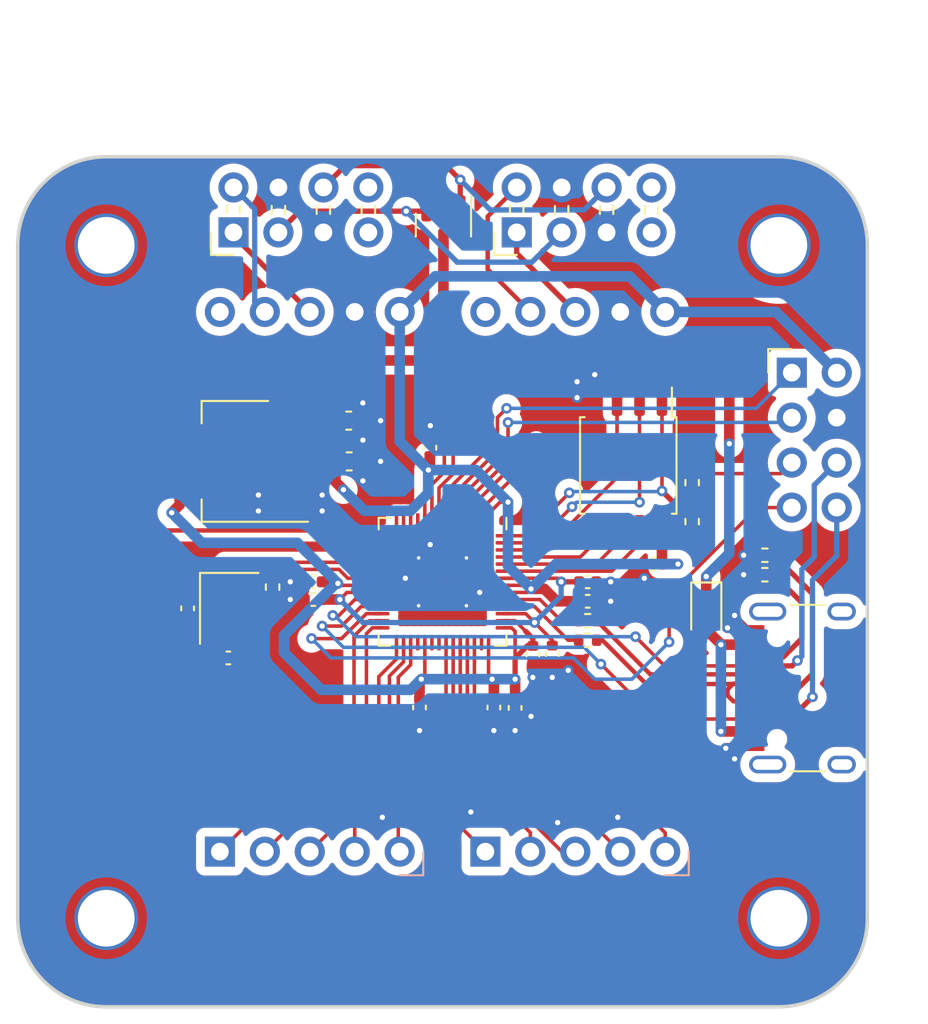
<source format=kicad_pcb>
(kicad_pcb (version 20221018) (generator pcbnew)
  (layers (0 "F.Cu" signal) (31 "B.Cu" signal) (34 "B.Paste" user) (35 "F.Paste" user) (36 "B.SilkS" user "B.Silkscreen") (37 "F.SilkS" user "F.Silkscreen") (38 "B.Mask" user) (39 "F.Mask" user) (44 "Edge.Cuts" user))
  (net 0 "")
  (net 1 "+3V3")
  (net 2 "GND")
  (net 3 "+1V1")
  (net 4 "/Controller/HSE_IN")
  (net 5 "/Controller/HSE_OUT")
  (net 6 "/Controller/QSPI_SS")
  (net 7 "/Connectors/USB_DP")
  (net 8 "Net-(U202-XOUT)")
  (net 9 "/Controller/QSPI_SD1")
  (net 10 "/Controller/QSPI_SD2")
  (net 11 "/Controller/QSPI_SD0")
  (net 12 "/Controller/QSPI_SCLK")
  (net 13 "/Controller/QSPI_SD3")
  (net 14 "/Controller/GP0")
  (net 15 "/Controller/GP1")
  (net 16 "/Controller/GP2")
  (net 17 "/Controller/GP3")
  (net 18 "/Controller/GP6")
  (net 19 "/Connectors/SPI1_SCLK")
  (net 20 "/Connectors/SPI1_MOSI")
  (net 21 "/Connectors/SPI1_MISO")
  (net 22 "/Controller/GP13")
  (net 23 "/Controller/GP14")
  (net 24 "/Controller/GP15")
  (net 25 "/Connectors/SWCLK")
  (net 26 "/Connectors/SWDIO")
  (net 27 "/Connectors/SPI0_SCLK")
  (net 28 "/Connectors/SPI0_MOSI")
  (net 29 "/Connectors/SPI0_MISO")
  (net 30 "/Controller/GP21")
  (net 31 "/Controller/GP22")
  (net 32 "/Controller/GP23")
  (net 33 "/Controller/GP29")
  (net 34 "/Connectors/V_{USB}")
  (net 35 "/Connectors/USB_DN")
  (net 36 "/Controller/USB_DtP")
  (net 37 "/Controller/USB_DtN")
  (net 38 "/Connectors/CAN1_H")
  (net 39 "/Connectors/CAN1_L")
  (net 40 "/Connectors/V_{IN1}")
  (net 41 "/Connectors/V_{IN2}")
  (net 42 "/Connectors/IC_GP1")
  (net 43 "/Connectors/IC_GP2")
  (net 44 "/Connectors/SOF1")
  (net 45 "/Connectors/SOF2")
  (net 46 "/Connectors/CAN2_L")
  (net 47 "/Connectors/CAN2_H")
  (net 48 "/Connectors/UART1_TX")
  (net 49 "/Connectors/UART1_RX")
  (net 50 "/Connectors/~{NRST}")
  (net 51 "/Connectors/BOOT")
  (net 52 "/Controller/GP7")
  (net 53 "/Controller/GP8")
  (net 54 "/Controller/GP9")
  (net 55 "/Power/V_{IN}")
  (net 57 "Net-(J306-CC2)")
  (net 58 "Net-(J306-CC1)")
  (net 59 "/Connectors/IC_GP3")
  (net 60 "/Connectors/IC_GP4")
  (net 61 "/CAN1_INT")
  (net 62 "/SPI1_CS1")
  (net 63 "/Controller/GP10")
  (net 64 "/Controller/GP11")
  (net 65 "/Controller/GP12")
  (net 66 "/SPI0_CS1")
  (net 67 "/CAN2_INT")
  (footprint "Crystal:Crystal_SMD_3225-4Pin_3.2x2.5mm" (layer "F.Cu") (at 111.95 125.5 -90)
    (fp_text reference "Y201" hide)
    (fp_text value "12 MHz")
  )
  (footprint "Capacitor_SMD:C_0402_1005Metric" (layer "F.Cu") (at 132.2 124)
    (fp_text reference "C209" hide)
    (fp_text value "100n")
  )
  (footprint "Package_TO_SOT_SMD:SOT-23" (layer "F.Cu") (at 124.05 103.85 -90)
    (fp_text reference "D401" hide)
    (fp_text value "BAV70")
  )
  (footprint "MountingHole:MountingHole_3.2mm_M3_DIN965_Pad_TopOnly" (layer "F.Cu") (at 105 143)
    (fp_text reference "REF**" hide)
    (fp_text value "MountingHole_3.2mm_M3_DIN965_Pad_TopOnly" hide)
  )
  (footprint "Capacitor_SMD:C_0402_1005Metric" (layer "F.Cu") (at 116.7 125 180)
    (fp_text reference "C208" hide)
    (fp_text value "100n")
  )
  (footprint "Capacitor_SMD:C_0402_1005Metric" (layer "F.Cu") (at 122.7 131.1 -90)
    (fp_text reference "C204" hide)
    (fp_text value "100n")
  )
  (footprint "Capacitor_SMD:C_0402_1005Metric" (layer "F.Cu") (at 128.1 131.12 -90)
    (fp_text reference "C206" hide)
    (fp_text value "100n")
  )
  (footprint "Capacitor_SMD:C_0402_1005Metric" (layer "F.Cu") (at 135.92 123 180)
    (fp_text reference "C211" hide)
    (fp_text value "100n")
  )
  (footprint "NVF-Kicad:2x04H-S" (layer "F.Cu") (at 132 103)
    (fp_text reference "J302" hide)
    (fp_text value "uC Interconnect" hide)
  )
  (footprint "NVF-Kicad:2x04V-S" (layer "F.Cu") (at 145 116 -90)
    (fp_text reference "J303" hide)
    (fp_text value "DBG Connect" hide)
  )
  (footprint "Resistor_SMD:R_0402_1005Metric" (layer "F.Cu") (at 114.4 124.3 90)
    (fp_text reference "R205" hide)
    (fp_text value "1K")
  )
  (footprint "Resistor_SMD:R_0402_1005Metric" (layer "F.Cu") (at 138.1 118.4 90)
    (fp_text reference "R201" hide)
    (fp_text value "1K")
  )
  (footprint "Capacitor_SMD:C_0603_1608Metric" (layer "F.Cu") (at 118.724998 117.2)
    (fp_text reference "C402" hide)
    (fp_text value "4.7u")
  )
  (footprint "Capacitor_SMD:C_0402_1005Metric" (layer "F.Cu") (at 109.6 125.5 -90)
    (fp_text reference "C212" hide)
    (fp_text value "10p")
  )
  (footprint "Resistor_SMD:R_0402_1005Metric" (layer "F.Cu") (at 142.21 123.6 180)
    (fp_text reference "R302" hide)
    (fp_text value "5k1")
  )
  (footprint "NVF-Kicad:Can-Module-CM251X" (layer "F.Cu") (at 131.5 124 90)
    (fp_text reference "J305" hide)
    (fp_text value "MCP251X" hide)
  )
  (footprint "Package_DFN_QFN:QFN-56-1EP_7x7mm_P0.4mm_EP3.2x3.2mm_ThermalVias" (layer "F.Cu") (at 124 124 -90)
    (fp_text reference "U202" hide)
    (fp_text value "RP2040")
  )
  (footprint "NVF-Kicad:2x04H-S" (layer "F.Cu") (at 116 103)
    (fp_text reference "J301" hide)
    (fp_text value "uC Interconnect" hide)
  )
  (footprint "Package_TO_SOT_SMD:SOT-223-3_TabPin2" (layer "F.Cu") (at 112.3 117.2 180)
    (fp_text reference "U401" hide)
    (fp_text value "AMS1117-3.3")
  )
  (footprint "MountingHole:MountingHole_3.2mm_M3_DIN965_Pad_TopOnly" (layer "F.Cu") (at 105 105)
    (fp_text reference "REF**" hide)
    (fp_text value "MountingHole_3.2mm_M3_DIN965_Pad_TopOnly" hide)
  )
  (footprint "Resistor_SMD:R_0402_1005Metric" (layer "F.Cu") (at 132.2 127.3 180)
    (fp_text reference "R203" hide)
    (fp_text value "27")
  )
  (footprint "Resistor_SMD:R_0402_1005Metric" (layer "F.Cu") (at 138.1 120.6 90)
    (fp_text reference "R204" hide)
    (fp_text value "1K (NC)")
  )
  (footprint "Capacitor_SMD:C_0402_1005Metric" (layer "F.Cu") (at 126.9 131.1 -90)
    (fp_text reference "C205" hide)
    (fp_text value "100n")
  )
  (footprint "Capacitor_SMD:C_0402_1005Metric" (layer "F.Cu") (at 123.286 116.428 90)
    (fp_text reference "C202" hide)
    (fp_text value "100n")
  )
  (footprint "Diode_SMD:D_SOD-323" (layer "F.Cu") (at 138.9 125.65 -90)
    (fp_text reference "D402" hide)
    (fp_text value "1N5819WS")
  )
  (footprint "NVF-Kicad:Can-Module-CM251X" (layer "F.Cu") (at 116.5 124 90)
    (fp_text reference "J304" hide)
    (fp_text value "MCP251X" hide)
  )
  (footprint "Resistor_SMD:R_0402_1005Metric" (layer "F.Cu") (at 142.209999 122.5 180)
    (fp_text reference "R301" hide)
    (fp_text value "5k1")
  )
  (footprint "Capacitor_SMD:C_0402_1005Metric" (layer "F.Cu") (at 130.2 128.08 -90)
    (fp_text reference "C210" hide)
    (fp_text value "1u")
  )
  (footprint "Resistor_SMD:R_0402_1005Metric" (layer "F.Cu") (at 132.2 126.2 180)
    (fp_text reference "R202" hide)
    (fp_text value "27")
  )
  (footprint "Capacitor_SMD:C_0402_1005Metric" (layer "F.Cu") (at 116.7 124 180)
    (fp_text reference "C203" hide)
    (fp_text value "100n")
  )
  (footprint "MountingHole:MountingHole_3.2mm_M3_DIN965_Pad_TopOnly" (layer "F.Cu") (at 143 143)
    (fp_text reference "REF**" hide)
    (fp_text value "MountingHole_3.2mm_M3_DIN965_Pad_TopOnly" hide)
  )
  (footprint "Connector_USB:USB_C_Receptacle_HRO_TYPE-C-31-M-12" (layer "F.Cu") (at 145.5 130 90)
    (fp_text reference "J306" hide)
    (fp_text value "USB_C")
  )
  (footprint "MountingHole:MountingHole_3.2mm_M3_DIN965_Pad_TopOnly" (layer "F.Cu") (at 143 105)
    (fp_text reference "REF**" hide)
    (fp_text value "MountingHole_3.2mm_M3_DIN965_Pad_TopOnly" hide)
  )
  (footprint "Capacitor_SMD:C_0603_1608Metric" (layer "F.Cu") (at 118.7 114.9)
    (fp_text reference "C401" hide)
    (fp_text value "4.7u")
  )
  (footprint "Package_SO:SOIC-8_5.23x5.23mm_P1.27mm" (layer "F.Cu") (at 134.493 117.431 -90)
    (fp_text reference "U201" hide)
    (fp_text value "W25Q128JVS")
  )
  (footprint "Capacitor_SMD:C_0402_1005Metric" (layer "F.Cu") (at 111.9 128.3 180)
    (fp_text reference "C213" hide)
    (fp_text value "10p")
  )
  (footprint "Capacitor_SMD:C_0402_1005Metric" (layer "F.Cu") (at 132.2 125.1)
    (fp_text reference "C201" hide)
    (fp_text value "100n")
  )
  (footprint "Capacitor_SMD:C_0402_1005Metric" (layer "F.Cu") (at 129.1 128.100002 -90)
    (fp_text reference "C207" hide)
    (fp_text value "1u")
  )
  (gr_line (start 112.4 121.1) (end 112.4 118.6) (stroke (width 0.2)) (layer "F.Cu"))
  (gr_arc (start 105 148) (mid 101.464466 146.535534) (end 100 143) (stroke (width 0.2)) (layer "Edge.Cuts"))
  (gr_line (start 143 148) (end 105 148) (stroke (width 0.2)) (layer "Edge.Cuts"))
  (gr_line (start 148 143) (end 148 105) (stroke (width 0.2)) (layer "Edge.Cuts"))
  (gr_line (start 100 143) (end 100 105) (stroke (width 0.2)) (layer "Edge.Cuts"))
  (gr_arc (start 143 100) (mid 146.535534 101.464466) (end 148 105) (stroke (width 0.2)) (layer "Edge.Cuts"))
  (gr_arc (start 148 143) (mid 146.535534 146.535534) (end 143 148) (stroke (width 0.2)) (layer "Edge.Cuts"))
  (gr_arc (start 100 105) (mid 101.464466 101.464466) (end 105 100) (stroke (width 0.2)) (layer "Edge.Cuts"))
  (gr_circle (center 124 124) (end 124.01 124) (stroke (width 0.0001)) (fill solid) (layer "Edge.Cuts"))
  (gr_line (start 143 100) (end 105 100) (stroke (width 0.2)) (layer "Edge.Cuts"))
  (segment (start 107.7 113.1) (end 116.7 113.1) (width 0.25) (layer "F.Cu") (net 0))
  (segment (start 107.7 121.1) (end 107.4 120.8) (width 0.25) (layer "F.Cu") (net 0))
  (segment (start 107.4 113.4) (end 107.7 113.1) (width 0.25) (layer "F.Cu") (net 0))
  (segment (start 107.4 120.8) (end 107.4 113.4) (width 0.25) (layer "F.Cu") (net 0))
  (segment (start 117.1 121.1) (end 107.7 121.1) (width 0.25) (layer "F.Cu") (net 0))
  (segment (start 128.1 130.64) (end 128.1 129.5) (width 0.6) (layer "F.Cu") (net 1))
  (segment (start 117.18 124) (end 118.000706 124) (width 0.6) (layer "F.Cu") (net 1))
  (segment (start 123.286 117.600492) (end 123.2 117.686492) (width 0.6) (layer "F.Cu") (net 1))
  (segment (start 129.1 127.2) (end 129.1 127.620002) (width 0.3) (layer "F.Cu") (net 1))
  (segment (start 128.8005 124.6) (end 129 124.4005) (width 0.2) (layer "F.Cu") (net 1))
  (segment (start 126.9 129.6) (end 126.8 129.5) (width 0.6) (layer "F.Cu") (net 1))
  (segment (start 122.8005 129.498113) (end 123 129.298613) (width 0.2) (layer "F.Cu") (net 1))
  (segment (start 120.5625 124.2) (end 118.200706 124.2) (width 0.2) (layer "F.Cu") (net 1))
  (segment (start 136.398 121.031) (end 136.398 122.998) (width 0.6) (layer "F.Cu") (net 1))
  (segment (start 109.15 117.2) (end 109.15 119.65) (width 0.6) (layer "F.Cu") (net 1))
  (segment (start 117.949998 118.349998) (end 118.4 118.8) (width 0.6) (layer "F.Cu") (net 1))
  (segment (start 126.92 130.64) (end 126.9 130.62) (width 0.3) (layer "F.Cu") (net 1))
  (segment (start 122.7 129.598613) (end 122.7 130.62) (width 0.6) (layer "F.Cu") (net 1))
  (segment (start 128.7 126.8) (end 128.1 126.2) (width 0.2) (layer "F.Cu") (net 1))
  (segment (start 126.6 129.3) (end 126.8 129.5) (width 0.2) (layer "F.Cu") (net 1))
  (segment (start 117.949998 117.2) (end 117.949998 118.349998) (width 0.6) (layer "F.Cu") (net 1))
  (segment (start 130.448528 125.1) (end 129.749028 124.4005) (width 0.6) (layer "F.Cu") (net 1))
  (segment (start 128.1 128.310003) (end 128.1 129.5) (width 0.3) (layer "F.Cu") (net 1))
  (segment (start 131.72 125.1) (end 130.448528 125.1) (width 0.6) (layer "F.Cu") (net 1))
  (segment (start 136.477 121.11) (end 136.398 121.031) (width 0.6) (layer "F.Cu") (net 1))
  (segment (start 127.4375 124.6) (end 128.8005 124.6) (width 0.2) (layer "F.Cu") (net 1))
  (segment (start 127.9 126.6) (end 128.1 126.8) (width 0.2) (layer "F.Cu") (net 1))
  (segment (start 128.7995 124.2) (end 129 124.4005) (width 0.2) (layer "F.Cu") (net 1))
  (segment (start 128.1 126.2) (end 127.4375 126.2) (width 0.2) (layer "F.Cu") (net 1))
  (segment (start 118.200706 124.2) (end 118.091357 124.090651) (width 0.2) (layer "F.Cu") (net 1))
  (segment (start 123 117.886492) (end 123.199085 117.687407) (width 0.2) (layer "F.Cu") (net 1))
  (segment (start 129.749028 124.4005) (end 129 124.4005) (width 0.6) (layer "F.Cu") (net 1))
  (segment (start 126.9 130.62) (end 126.8 130.52) (width 0.3) (layer "F.Cu") (net 1))
  (segment (start 123 120.5625) (end 123 117.886492) (width 0.2) (layer "F.Cu") (net 1))
  (segment (start 109.15 119.65) (end 108.7 120.1) (width 0.6) (layer "F.Cu") (net 1))
  (segment (start 129.1 127.620002) (end 128.790001 127.620002) (width 0.3) (layer "F.Cu") (net 1))
  (segment (start 123.286 116.908) (end 123.286 117.600492) (width 0.6) (layer "F.Cu") (net 1))
  (segment (start 126.6 127.4375) (end 126.6 129.3) (width 0.2) (layer "F.Cu") (net 1))
  (segment (start 122.8005 129.498113) (end 122.7 129.598613) (width 0.6) (layer "F.Cu") (net 1))
  (segment (start 123 129.298613) (end 123 127.4375) (width 0.2) (layer "F.Cu") (net 1))
  (segment (start 138.021 121.031) (end 138.1 121.11) (width 0.3) (layer "F.Cu") (net 1))
  (segment (start 126.6 120.15) (end 127.25 119.5) (width 0.2) (layer "F.Cu") (net 1))
  (segment (start 126.6 120.5625) (end 126.6 120.15) (width 0.2) (layer "F.Cu") (net 1))
  (segment (start 128.7 126.8) (end 129.1 127.2) (width 0.3) (layer "F.Cu") (net 1))
  (segment (start 127.4375 126.6) (end 127.9 126.6) (width 0.2) (layer "F.Cu") (net 1))
  (segment (start 138.1 121.11) (end 136.477 121.11) (width 0.6) (layer "F.Cu") (net 1))
  (segment (start 118.000706 124) (end 118.091357 124.090651) (width 0.6) (layer "F.Cu") (net 1))
  (segment (start 136.4 123) (end 137.3 123) (width 0.6) (layer "F.Cu") (net 1))
  (segment (start 128.1 126.8) (end 128.1 129.5) (width 0.2) (layer "F.Cu") (net 1))
  (segment (start 127.4375 124.2) (end 128.7995 124.2) (width 0.2) (layer "F.Cu") (net 1))
  (segment (start 127.25 119.5) (end 127.7 119.5) (width 0.2) (layer "F.Cu") (net 1))
  (segment (start 128.790001 127.620002) (end 128.1 128.310003) (width 0.3) (layer "F.Cu") (net 1))
  (segment (start 136.398 122.998) (end 136.4 123) (width 0.6) (layer "F.Cu") (net 1))
  (segment (start 126.9 130.62) (end 126.9 129.6) (width 0.6) (layer "F.Cu") (net 1))
  (via (at 127.7 119.5) (size 0.6) (drill 0.3) (layers "F.Cu" "B.Cu") (net 1))
  (via (at 129 124.4005) (size 0.6) (drill 0.3) (layers "F.Cu" "B.Cu") (net 1))
  (via (at 122.8005 129.498113) (size 0.6) (drill 0.3) (layers "F.Cu" "B.Cu") (net 1))
  (via (at 118.091357 124.090651) (size 0.6) (drill 0.3) (layers "F.Cu" "B.Cu") (net 1))
  (via (at 126.8 129.5) (size 0.6) (drill 0.3) (layers "F.Cu" "B.Cu") (net 1))
  (via (at 123.199085 117.687407) (size 0.6) (drill 0.3) (layers "F.Cu" "B.Cu") (net 1))
  (via (at 128.1 129.5) (size 0.6) (drill 0.3) (layers "F.Cu" "B.Cu") (net 1))
  (via (at 108.7 120.1) (size 0.6) (drill 0.3) (layers "F.Cu" "B.Cu") (net 1))
  (via (at 137.3 123) (size 0.6) (drill 0.3) (layers "F.Cu" "B.Cu") (net 1))
  (via (at 118.4 118.8) (size 0.6) (drill 0.3) (layers "F.Cu" "B.Cu") (net 1))
  (segment (start 121.58 108.76) (end 123.59 106.75) (width 0.6) (layer "B.Cu") (net 1))
  (segment (start 126.798113 129.498113) (end 126.8 129.5) (width 0.6) (layer "B.Cu") (net 1))
  (segment (start 123.59 106.75) (end 134.57 106.75) (width 0.6) (layer "B.Cu") (net 1))
  (segment (start 123.199085 117.687407) (end 125.887407 117.687407) (width 0.6) (layer "B.Cu") (net 1))
  (segment (start 118.4 118.8) (end 119.591004 119.991004) (width 0.6) (layer "B.Cu") (net 1))
  (segment (start 134.57 106.75) (end 136.58 108.76) (width 0.6) (layer "B.Cu") (net 1))
  (segment (start 142.84 108.76) (end 146.27 112.19) (width 0.6) (layer "B.Cu") (net 1))
  (segment (start 122.8005 129.498113) (end 126.798113 129.498113) (width 0.6) (layer "B.Cu") (net 1))
  (segment (start 127.7 123.1005) (end 129 124.4005) (width 0.6) (layer "B.Cu") (net 1))
  (segment (start 121.58 116.068322) (end 123.199085 117.687407) (width 0.6) (layer "B.Cu") (net 1))
  (segment (start 125.887407 117.687407) (end 127.7 119.5) (width 0.6) (layer "B.Cu") (net 1))
  (segment (start 130.4005 123) (end 129 124.4005) (width 0.6) (layer "B.Cu") (net 1))
  (segment (start 127.7 119.5) (end 127.7 123.1005) (width 0.6) (layer "B.Cu") (net 1))
  (segment (start 136.58 108.76) (end 142.84 108.76) (width 0.6) (layer "B.Cu") (net 1))
  (segment (start 122.198613 130.1) (end 122.8005 129.498113) (width 0.6) (layer "B.Cu") (net 1))
  (segment (start 122.191004 119.991004) (end 123.199085 118.982923) (width 0.6) (layer "B.Cu") (net 1))
  (segment (start 137.3 123) (end 130.4005 123) (width 0.6) (layer "B.Cu") (net 1))
  (segment (start 117.15 130.1) (end 122.198613 130.1) (width 0.6) (layer "B.Cu") (net 1))
  (segment (start 115.05 127.018132) (end 115.05 128) (width 0.6) (layer "B.Cu") (net 1))
  (segment (start 119.591004 119.991004) (end 122.191004 119.991004) (width 0.6) (layer "B.Cu") (net 1))
  (segment (start 110.4 121.8) (end 115.800706 121.8) (width 0.6) (layer "B.Cu") (net 1))
  (segment (start 117.977481 124.090651) (end 115.05 127.018132) (width 0.6) (layer "B.Cu") (net 1))
  (segment (start 121.58 108.76) (end 121.58 116.068322) (width 0.6) (layer "B.Cu") (net 1))
  (segment (start 108.7 120.1) (end 110.4 121.8) (width 0.6) (layer "B.Cu") (net 1))
  (segment (start 115.800706 121.8) (end 118.091357 124.090651) (width 0.6) (layer "B.Cu") (net 1))
  (segment (start 128.1 129.5) (end 126.8 129.5) (width 0.6) (layer "B.Cu") (net 1))
  (segment (start 123.199085 118.982923) (end 123.199085 117.687407) (width 0.6) (layer "B.Cu") (net 1))
  (segment (start 118.091357 124.090651) (end 117.977481 124.090651) (width 0.6) (layer "B.Cu") (net 1))
  (segment (start 115.05 128) (end 117.15 130.1) (width 0.6) (layer "B.Cu") (net 1))
  (segment (start 140 133.4) (end 140.15 133.25) (width 0.3) (layer "F.Cu") (net 2))
  (segment (start 123.286 115.948) (end 123.286 115.209166) (width 0.3) (layer "F.Cu") (net 2))
  (segment (start 123.286 115.209166) (end 123.311583 115.183583) (width 0.3) (layer "F.Cu") (net 2))
  (segment (start 109.6 125.98) (end 110.48 125.98) (width 0.3) (layer "F.Cu") (net 2))
  (segment (start 141.35 126.75) (end 140.5 125.9) (width 0.3) (layer "F.Cu") (net 2))
  (segment (start 111.42 126.92) (end 111.1 126.6) (width 0.3) (layer "F.Cu") (net 2))
  (segment (start 111.42 128.3) (end 111.42 126.92) (width 0.3) (layer "F.Cu") (net 2))
  (segment (start 141.25 133.25) (end 140.5 134) (width 0.3) (layer "F.Cu") (net 2))
  (segment (start 111.1 126.5) (end 112.8 124.8) (width 0.3) (layer "F.Cu") (net 2))
  (segment (start 132.68 125.1) (end 133.5 125.1) (width 0.3) (layer "F.Cu") (net 2))
  (segment (start 140.15 133.25) (end 141.455 133.25) (width 0.3) (layer "F.Cu") (net 2))
  (segment (start 120.5625 123) (end 122.3 123) (width 0.2) (layer "F.Cu") (net 2))
  (segment (start 110.48 125.98) (end 111.1 126.6) (width 0.3) (layer "F.Cu") (net 2))
  (segment (start 122.3 123) (end 122.65 122.65) (width 0.2) (layer "F.Cu") (net 2))
  (segment (start 140.25 126.75) (end 140.1 126.6) (width 0.3) (layer "F.Cu") (net 2))
  (segment (start 141.455 126.75) (end 140.25 126.75) (width 0.3) (layer "F.Cu") (net 2))
  (segment (start 141.455 126.75) (end 141.35 126.75) (width 0.3) (layer "F.Cu") (net 2))
  (segment (start 141.455 133.25) (end 141.25 133.25) (width 0.3) (layer "F.Cu") (net 2))
  (segment (start 112.8 124.8) (end 112.8 124.4) (width 0.3) (layer "F.Cu") (net 2))
  (segment (start 111.1 126.6) (end 111.1 126.5) (width 0.3) (layer "F.Cu") (net 2))
  (segment (start 132.68 124) (end 133.5 124) (width 0.3) (layer "F.Cu") (net 2))
  (via (at 131.1 129) (size 0.6) (drill 0.3) (layers "F.Cu" "B.Cu") (net 2))
  (via (at 129 131.6) (size 0.6) (drill 0.3) (layers "F.Cu" "B.Cu") (net 2))
  (via (at 140.5 134) (size 0.6) (drill 0.3) (layers "F.Cu" "B.Cu") (net 2))
  (via (at 141.01 123.6) (size 0.6) (drill 0.3) (layers "F.Cu" "B.Cu") (net 2))
  (via (at 119.5 113.9) (size 0.6) (drill 0.3) (layers "F.Cu" "B.Cu") (net 2))
  (via (at 117.2 119.1) (size 0.6) (drill 0.3) (layers "F.Cu" "B.Cu") (net 2))
  (via (at 141.01 122.5) (size 0.6) (drill 0.3) (layers "F.Cu" "B.Cu") (net 2))
  (via (at 122.7 132.4) (size 0.6) (drill 0.3) (layers "F.Cu" "B.Cu") (net 2))
  (via (at 131.6 112.7) (size 0.6) (drill 0.3) (layers "F.Cu" "B.Cu") (net 2))
  (via (at 119.5 118.3) (size 0.6) (drill 0.3) (layers "F.Cu" "B.Cu") (net 2))
  (via (at 126.1 124.6) (size 0.6) (drill 0.3) (layers "F.Cu" "B.Cu") (net 2))
  (via (at 117.2 120) (size 0.6) (drill 0.3) (layers "F.Cu" "B.Cu") (net 2))
  (via (at 120.5 117.2) (size 0.6) (drill 0.3) (layers "F.Cu" "B.Cu") (net 2))
  (via (at 113.6 119.1) (size 0.6) (drill 0.3) (layers "F.Cu" "B.Cu") (net 2))
  (via (at 133.5 124) (size 0.6) (drill 0.3) (layers "F.Cu" "B.Cu") (net 2))
  (via (at 121.9 123.8) (size 0.6) (drill 0.3) (layers "F.Cu" "B.Cu") (net 2))
  (via (at 126.9 132.4) (size 0.6) (drill 0.3) (layers "F.Cu" "B.Cu") (net 2))
  (via (at 125.6 137) (size 0.6) (drill 0.3) (layers "F.Cu" "B.Cu") (net 2))
  (via (at 140.5 125.9) (size 0.6) (drill 0.3) (layers "F.Cu" "B.Cu") (net 2))
  (via (at 115.4 124) (size 0.6) (drill 0.3) (layers "F.Cu" "B.Cu") (net 2))
  (via (at 128.1 132.4) (size 0.6) (drill 0.3) (layers "F.Cu" "B.Cu") (net 2))
  (via (at 113.6 120) (size 0.6) (drill 0.3) (layers "F.Cu" "B.Cu") (net 2))
  (via (at 120.5 114.9) (size 0.6) (drill 0.3) (layers "F.Cu" "B.Cu") (net 2))
  (via (at 123.3 121.9) (size 0.6) (drill 0.3) (layers "F.Cu" "B.Cu") (net 2))
  (via (at 131.6 113.6) (size 0.6) (drill 0.3) (layers "F.Cu" "B.Cu") (net 2))
  (via (at 133.9 137.3) (size 0.6) (drill 0.3) (layers "F.Cu" "B.Cu") (net 2))
  (via (at 130.2 129.4) (size 0.6) (drill 0.3) (layers "F.Cu" "B.Cu") (net 2))
  (via (at 132.6 112.3) (size 0.6) (drill 0.3) (layers "F.Cu" "B.Cu") (net 2))
  (via (at 129.1 129.4) (size 0.6) (drill 0.3) (layers "F.Cu" "B.Cu") (net 2))
  (via (at 133.5 125.1) (size 0.6) (drill 0.3) (layers "F.Cu" "B.Cu") (net 2))
  (via (at 115.4 125) (size 0.6) (drill 0.3) (layers "F.Cu" "B.Cu") (net 2))
  (via (at 140 133.4) (size 0.6) (drill 0.3) (layers "F.Cu" "B.Cu") (net 2))
  (via (at 119.5 116) (size 0.6) (drill 0.3) (layers "F.Cu" "B.Cu") (net 2))
  (via (at 120.6 137.3) (size 0.6) (drill 0.3) (layers "F.Cu" "B.Cu") (net 2))
  (via (at 135.4 123.8) (size 0.6) (drill 0.3) (layers "F.Cu" "B.Cu") (net 2))
  (via (at 130.5 137.6) (size 0.6) (drill 0.3) (layers "F.Cu" "B.Cu") (net 2))
  (via (at 140.1 126.6) (size 0.6) (drill 0.3) (layers "F.Cu" "B.Cu") (net 2))
  (via (at 123.311583 115.183583) (size 0.6) (drill 0.3) (layers "F.Cu" "B.Cu") (net 2))
  (segment (start 130.7005 124) (end 130.7 123.9995) (width 0.3) (layer "F.Cu") (net 3))
  (segment (start 130.5005 123.8) (end 130.7 123.9995) (width 0.2) (layer "F.Cu") (net 3))
  (segment (start 130.2 127.3) (end 129.2 126.3) (width 0.2) (layer "F.Cu") (net 3))
  (segment (start 127.4375 123.8) (end 130.5005 123.8) (width 0.2) (layer "F.Cu") (net 3))
  (segment (start 117.18 125) (end 118.199503 125) (width 0.6) (layer "F.Cu") (net 3))
  (segment (start 131.72 124) (end 130.7005 124) (width 0.3) (layer "F.Cu") (net 3))
  (segment (start 118.599503 124.6) (end 118.2 124.999503) (width 0.2) (layer "F.Cu") (net 3))
  (segment (start 128.5 125.8) (end 128.7 125.8) (width 0.2) (layer "F.Cu") (net 3))
  (segment (start 128.7 125.8) (end 129.2 126.3) (width 0.2) (layer "F.Cu") (net 3))
  (segment (start 118.199503 125) (end 118.2 124.999503) (width 0.6) (layer "F.Cu") (net 3))
  (segment (start 130.2 127.6) (end 130.2 127.3) (width 0.2) (layer "F.Cu") (net 3))
  (segment (start 120.5625 124.6) (end 118.599503 124.6) (width 0.2) (layer "F.Cu") (net 3))
  (segment (start 127.4375 125.8) (end 128.5 125.8) (width 0.2) (layer "F.Cu") (net 3))
  (via (at 129.2 126.3) (size 0.6) (drill 0.3) (layers "F.Cu" "B.Cu") (net 3))
  (via (at 118.2 124.999503) (size 0.6) (drill 0.3) (layers "F.Cu" "B.Cu") (net 3))
  (via (at 130.7 123.9995) (size 0.6) (drill 0.3) (layers "F.Cu" "B.Cu") (net 3))
  (segment (start 129.2 126.3) (end 119.500497 126.3) (width 0.3) (layer "B.Cu") (net 3))
  (segment (start 130.7 124.8) (end 129.2 126.3) (width 0.3) (layer "B.Cu") (net 3))
  (segment (start 119.500497 126.3) (end 118.2 124.999503) (width 0.3) (layer "B.Cu") (net 3))
  (segment (start 130.7 123.9995) (end 130.7 124.8) (width 0.3) (layer "B.Cu") (net 3))
  (segment (start 118.4 122.9) (end 111.7 122.9) (width 0.2) (layer "F.Cu") (net 4))
  (segment (start 118.9 123.4) (end 118.4 122.9) (width 0.2) (layer "F.Cu") (net 4))
  (segment (start 110.48 125.02) (end 111.1 124.4) (width 0.3) (layer "F.Cu") (net 4))
  (segment (start 111.1 123.5) (end 111.1 124.4) (width 0.2) (layer "F.Cu") (net 4))
  (segment (start 109.6 125.02) (end 110.48 125.02) (width 0.3) (layer "F.Cu") (net 4))
  (segment (start 111.7 122.9) (end 111.1 123.5) (width 0.2) (layer "F.Cu") (net 4))
  (segment (start 120.5625 123.4) (end 118.9 123.4) (width 0.2) (layer "F.Cu") (net 4))
  (segment (start 114.4 124.81) (end 114.4 125) (width 0.3) (layer "F.Cu") (net 5))
  (segment (start 112.38 127.02) (end 112.8 126.6) (width 0.3) (layer "F.Cu") (net 5))
  (segment (start 114.4 125) (end 112.8 126.6) (width 0.3) (layer "F.Cu") (net 5))
  (segment (start 112.38 128.3) (end 112.38 127.02) (width 0.3) (layer "F.Cu") (net 5))
  (segment (start 138.1 120.09) (end 137.616 120.09) (width 0.3) (layer "F.Cu") (net 6))
  (segment (start 138.1 118.91) (end 138.1 120.09) (width 0.3) (layer "F.Cu") (net 6))
  (segment (start 136.398 118.872) (end 136.398 113.831) (width 0.2) (layer "F.Cu") (net 6))
  (segment (start 137.616 120.09) (end 136.398 118.872) (width 0.3) (layer "F.Cu") (net 6))
  (segment (start 128.738227 121.4) (end 131.161204 118.977023) (width 0.2) (layer "F.Cu") (net 6))
  (segment (start 127.4375 121.4) (end 128.738227 121.4) (width 0.2) (layer "F.Cu") (net 6))
  (via (at 136.398 118.872) (size 0.6) (drill 0.3) (layers "F.Cu" "B.Cu") (net 6))
  (via (at 131.161204 118.977023) (size 0.6) (drill 0.3) (layers "F.Cu" "B.Cu") (net 6))
  (segment (start 131.161204 118.977023) (end 131.231227 118.907) (width 0.2) (layer "B.Cu") (net 6))
  (segment (start 136.363 118.907) (end 136.398 118.872) (width 0.2) (layer "B.Cu") (net 6))
  (segment (start 131.231227 118.907) (end 136.363 118.907) (width 0.2) (layer "B.Cu") (net 6))
  (segment (start 141.455 129.25) (end 142.48 129.25) (width 0.25) (layer "F.Cu") (net 7))
  (segment (start 141.43 129.225) (end 141.455 129.25) (width 0.25) (layer "F.Cu") (net 7))
  (segment (start 142.48 129.25) (end 142.8 129.57) (width 0.25) (layer "F.Cu") (net 7))
  (segment (start 142.8 129.93) (end 142.48 130.25) (width 0.25) (layer "F.Cu") (net 7))
  (segment (start 132.71 126.2) (end 135.735 129.225) (width 0.25) (layer "F.Cu") (net 7))
  (segment (start 142.48 130.25) (end 141.455 130.25) (width 0.25) (layer "F.Cu") (net 7))
  (segment (start 142.8 129.57) (end 142.8 129.93) (width 0.25) (layer "F.Cu") (net 7))
  (segment (start 135.735 129.225) (end 141.43 129.225) (width 0.25) (layer "F.Cu") (net 7))
  (segment (start 114.41 123.6) (end 114.71 123.3) (width 0.2) (layer "F.Cu") (net 8))
  (segment (start 114.71 123.3) (end 118.148529 123.3) (width 0.2) (layer "F.Cu") (net 8))
  (segment (start 118.648529 123.8) (end 120.5625 123.8) (width 0.2) (layer "F.Cu") (net 8))
  (segment (start 118.148529 123.3) (end 118.648529 123.8) (width 0.2) (layer "F.Cu") (net 8))
  (segment (start 129.279 121.8) (end 131.318 119.761) (width 0.2) (layer "F.Cu") (net 9))
  (segment (start 135.128 119.507) (end 135.128 113.831) (width 0.2) (layer "F.Cu") (net 9))
  (segment (start 127.4375 121.8) (end 129.279 121.8) (width 0.2) (layer "F.Cu") (net 9))
  (via (at 131.318 119.761) (size 0.6) (drill 0.3) (layers "F.Cu" "B.Cu") (net 9))
  (via (at 135.128 119.507) (size 0.6) (drill 0.3) (layers "F.Cu" "B.Cu") (net 9))
  (segment (start 131.318 119.761) (end 131.572 119.507) (width 0.2) (layer "B.Cu") (net 9))
  (segment (start 131.572 119.507) (end 135.128 119.507) (width 0.2) (layer "B.Cu") (net 9))
  (segment (start 129.768 122.2) (end 133.858 118.11) (width 0.2) (layer "F.Cu") (net 10))
  (segment (start 133.858 118.11) (end 133.858 113.831) (width 0.2) (layer "F.Cu") (net 10))
  (segment (start 127.4375 122.2) (end 129.768 122.2) (width 0.2) (layer "F.Cu") (net 10))
  (segment (start 127.4375 122.6) (end 131.781 122.6) (width 0.2) (layer "F.Cu") (net 11))
  (segment (start 131.781 122.6) (end 132.588 121.793) (width 0.2) (layer "F.Cu") (net 11))
  (segment (start 132.588 121.793) (end 132.588 121.031) (width 0.2) (layer "F.Cu") (net 11))
  (segment (start 133.858 121.830999) (end 133.858 121.031) (width 0.2) (layer "F.Cu") (net 12))
  (segment (start 132.688999 123) (end 133.858 121.830999) (width 0.2) (layer "F.Cu") (net 12))
  (segment (start 127.4375 123) (end 132.688999 123) (width 0.2) (layer "F.Cu") (net 12))
  (segment (start 133.558999 123.4) (end 135.128 121.830999) (width 0.2) (layer "F.Cu") (net 13))
  (segment (start 135.128 121.830999) (end 135.128 121.031) (width 0.2) (layer "F.Cu") (net 13))
  (segment (start 127.4375 123.4) (end 133.558999 123.4) (width 0.2) (layer "F.Cu") (net 13))
  (segment (start 126.2 120.5625) (end 126.2 119.9) (width 0.2) (layer "F.Cu") (net 14))
  (segment (start 126.2 119.9) (end 129.4 116.7) (width 0.2) (layer "F.Cu") (net 14))
  (segment (start 125.8 119.597058) (end 129.3 116.097058) (width 0.2) (layer "F.Cu") (net 15))
  (segment (start 125.8 120.5625) (end 125.8 119.597058) (width 0.2) (layer "F.Cu") (net 15))
  (segment (start 125.4 119.431372) (end 127.631372 117.2) (width 0.2) (layer "F.Cu") (net 16))
  (segment (start 125.4 120.5625) (end 125.4 119.431372) (width 0.2) (layer "F.Cu") (net 16))
  (segment (start 125 120.5625) (end 125 119.265686) (width 0.2) (layer "F.Cu") (net 17))
  (segment (start 125 119.265686) (end 127.465686 116.8) (width 0.2) (layer "F.Cu") (net 17))
  (segment (start 123.8 120.5625) (end 123.8 118.7) (width 0.2) (layer "F.Cu") (net 18))
  (segment (start 124.6 115.8) (end 125.1 115.3) (width 0.2) (layer "F.Cu") (net 18))
  (segment (start 124.6 117.9) (end 124.6 115.8) (width 0.2) (layer "F.Cu") (net 18))
  (segment (start 123.8 118.7) (end 124.6 117.9) (width 0.2) (layer "F.Cu") (net 18))
  (segment (start 125 133.5) (end 130.74 139.24) (width 0.2) (layer "F.Cu") (net 19))
  (segment (start 130.74 139.24) (end 131.5 139.24) (width 0.2) (layer "F.Cu") (net 19))
  (segment (start 125 127.4375) (end 125 133.5) (width 0.2) (layer "F.Cu") (net 19))
  (segment (start 125.4 127.4375) (end 125.4 133.334314) (width 0.2) (layer "F.Cu") (net 20))
  (segment (start 131.8 137) (end 134.04 139.24) (width 0.2) (layer "F.Cu") (net 20))
  (segment (start 125.4 133.334314) (end 129.065686 137) (width 0.2) (layer "F.Cu") (net 20))
  (segment (start 129.065686 137) (end 131.8 137) (width 0.2) (layer "F.Cu") (net 20))
  (segment (start 136.58 138.18) (end 136.58 139.24) (width 0.2) (layer "F.Cu") (net 21))
  (segment (start 129.131372 136.5) (end 134.9 136.5) (width 0.2) (layer "F.Cu") (net 21))
  (segment (start 134.9 136.5) (end 136.58 138.18) (width 0.2) (layer "F.Cu") (net 21))
  (segment (start 125.8 133.168628) (end 129.131372 136.5) (width 0.2) (layer "F.Cu") (net 21))
  (segment (start 125.8 127.4375) (end 125.8 133.168628) (width 0.2) (layer "F.Cu") (net 21))
  (segment (start 117.8 125.900497) (end 118.147535 125.900497) (width 0.2) (layer "F.Cu") (net 25))
  (segment (start 119.048032 125) (end 120.5625 125) (width 0.2) (layer "F.Cu") (net 25))
  (segment (start 144.05 128.45) (end 143.75 128.75) (width 0.3) (layer "F.Cu") (net 25))
  (segment (start 143.75 128.75) (end 141.455 128.75) (width 0.3) (layer "F.Cu") (net 25))
  (segment (start 136.55 128.75) (end 141.455 128.75) (width 0.2) (layer "F.Cu") (net 25))
  (segment (start 118.147535 125.900497) (end 119.048032 125) (width 0.2) (layer "F.Cu") (net 25))
  (segment (start 134.9 127.1) (end 136.55 128.75) (width 0.2) (layer "F.Cu") (net 25))
  (via (at 144.05 128.45) (size 0.6) (drill 0.3) (layers "F.Cu" "B.Cu") (net 25))
  (via (at 134.9 127.1) (size 0.6) (drill 0.3) (layers "F.Cu" "B.Cu") (net 25))
  (via (at 117.8 125.900497) (size 0.6) (drill 0.3) (layers "F.Cu" "B.Cu") (net 25))
  (segment (start 117.8 125.900497) (end 117.900497 125.900497) (width 0.2) (layer "B.Cu") (net 25))
  (segment (start 145 118.54) (end 146.27 117.27) (width 0.3) (layer "B.Cu") (net 25))
  (segment (start 144.05 128.45) (end 144.3 128.2) (width 0.3) (layer "B.Cu") (net 25))
  (segment (start 117.900497 125.900497) (end 119.1 127.1) (width 0.2) (layer "B.Cu") (net 25))
  (segment (start 144.3 128.2) (end 144.3 123.3) (width 0.3) (layer "B.Cu") (net 25))
  (segment (start 119.1 127.1) (end 134.9 127.1) (width 0.2) (layer "B.Cu") (net 25))
  (segment (start 145 122.6) (end 145 118.54) (width 0.3) (layer "B.Cu") (net 25))
  (segment (start 144.3 123.3) (end 145 122.6) (width 0.3) (layer "B.Cu") (net 25))
  (segment (start 117.2 126.5) (end 118.3 126.5) (width 0.2) (layer "F.Cu") (net 26))
  (segment (start 141.455 131.75) (end 143.65 131.75) (width 0.3) (layer "F.Cu") (net 26))
  (segment (start 143.65 131.75) (end 144.9 130.5) (width 0.3) (layer "F.Cu") (net 26))
  (segment (start 119.4 125.4) (end 120.5625 125.4) (width 0.2) (layer "F.Cu") (net 26))
  (segment (start 132.95 128.65) (end 136.05 131.75) (width 0.2) (layer "F.Cu") (net 26))
  (segment (start 136.05 131.75) (end 141.455 131.75) (width 0.2) (layer "F.Cu") (net 26))
  (segment (start 118.3 126.5) (end 119.4 125.4) (width 0.2) (layer "F.Cu") (net 26))
  (via (at 144.9 130.5) (size 0.6) (drill 0.3) (layers "F.Cu" "B.Cu") (net 26))
  (via (at 117.2 126.5) (size 0.6) (drill 0.3) (layers "F.Cu" "B.Cu") (net 26))
  (via (at 132.95 128.65) (size 0.6) (drill 0.3) (layers "F.Cu" "B.Cu") (net 26))
  (segment (start 146.27 122.53) (end 146.27 119.81) (width 0.3) (layer "B.Cu") (net 26))
  (segment (start 118.4 127.7) (end 132 127.7) (width 0.2) (layer "B.Cu") (net 26))
  (segment (start 144.9 130.5) (end 144.9 123.9) (width 0.3) (layer "B.Cu") (net 26))
  (segment (start 132 127.7) (end 132.95 128.65) (width 0.2) (layer "B.Cu") (net 26))
  (segment (start 117.2 126.5) (end 118.4 127.7) (width 0.2) (layer "B.Cu") (net 26))
  (segment (start 144.9 123.9) (end 146.27 122.53) (width 0.3) (layer "B.Cu") (net 26))
  (segment (start 121.4 127.4375) (end 121.4 128.354414) (width 0.2) (layer "F.Cu") (net 27))
  (segment (start 121.4 128.354414) (end 120.4 129.354414) (width 0.2) (layer "F.Cu") (net 27))
  (segment (start 120.4 129.354414) (end 120.4 135.34) (width 0.2) (layer "F.Cu") (net 27))
  (segment (start 120.4 135.34) (end 116.5 139.24) (width 0.2) (layer "F.Cu") (net 27))
  (segment (start 121 129.3201) (end 121 135.8) (width 0.2) (layer "F.Cu") (net 28))
  (segment (start 121.8 128.5201) (end 121 129.3201) (width 0.2) (layer "F.Cu") (net 28))
  (segment (start 121.8 127.4375) (end 121.8 128.5201) (width 0.2) (layer "F.Cu") (net 28))
  (segment (start 121 135.8) (end 119.04 137.76) (width 0.2) (layer "F.Cu") (net 28))
  (segment (start 119.04 137.76) (end 119.04 139.24) (width 0.2) (layer "F.Cu") (net 28))
  (segment (start 122.2 127.4375) (end 122.2 128.685785) (width 0.2) (layer "F.Cu") (net 29))
  (segment (start 122.2 128.685785) (end 121.5 129.385785) (width 0.2) (layer "F.Cu") (net 29))
  (segment (start 121.5 129.385785) (end 121.5 139.16) (width 0.2) (layer "F.Cu") (net 29))
  (segment (start 121.5 139.16) (end 121.58 139.24) (width 0.2) (layer "F.Cu") (net 29))
  (segment (start 139.725 127.55) (end 139.725 127.525) (width 0.6) (layer "F.Cu") (net 34))
  (segment (start 139.725 127.525) (end 138.9 126.7) (width 0.6) (layer "F.Cu") (net 34))
  (segment (start 141.455 132.45) (end 139.725 132.45) (width 0.6) (layer "F.Cu") (net 34))
  (segment (start 139.725 127.55) (end 141.455 127.55) (width 0.6) (layer "F.Cu") (net 34))
  (via (at 139.725 127.55) (size 0.6) (drill 0.3) (layers "F.Cu" "B.Cu") (net 34))
  (via (at 139.725 132.45) (size 0.6) (drill 0.3) (layers "F.Cu" "B.Cu") (net 34))
  (segment (start 139.725 132.45) (end 139.725 127.55) (width 0.6) (layer "B.Cu") (net 34))
  (segment (start 141.43 129.775) (end 141.455 129.75) (width 0.25) (layer "F.Cu") (net 35))
  (segment (start 140.43 129.75) (end 140.1 130.08) (width 0.25) (layer "F.Cu") (net 35))
  (segment (start 141.455 129.75) (end 140.43 129.75) (width 0.25) (layer "F.Cu") (net 35))
  (segment (start 140.1 130.08) (end 140.1 130.42) (width 0.25) (layer "F.Cu") (net 35))
  (segment (start 135.507182 129.775) (end 141.43 129.775) (width 0.25) (layer "F.Cu") (net 35))
  (segment (start 140.1 130.42) (end 140.43 130.75) (width 0.25) (layer "F.Cu") (net 35))
  (segment (start 132.71 127.3) (end 133.032182 127.3) (width 0.25) (layer "F.Cu") (net 35))
  (segment (start 133.032182 127.3) (end 135.507182 129.775) (width 0.25) (layer "F.Cu") (net 35))
  (segment (start 140.43 130.75) (end 141.455 130.75) (width 0.25) (layer "F.Cu") (net 35))
  (segment (start 127.4375 125) (end 129.5 125) (width 0.2) (layer "F.Cu") (net 36))
  (segment (start 130.7 126.2) (end 131.69 126.2) (width 0.2) (layer "F.Cu") (net 36))
  (segment (start 129.5 125) (end 130.7 126.2) (width 0.2) (layer "F.Cu") (net 36))
  (segment (start 131.1 127.3) (end 131.69 127.3) (width 0.2) (layer "F.Cu") (net 37))
  (segment (start 129.2 125.4) (end 131.1 127.3) (width 0.2) (layer "F.Cu") (net 37))
  (segment (start 127.4375 125.4) (end 129.2 125.4) (width 0.2) (layer "F.Cu") (net 37))
  (segment (start 112.19 104.27) (end 112.19 104.45) (width 0.3) (layer "F.Cu") (net 38))
  (segment (start 112.19 104.45) (end 116.5 108.76) (width 0.3) (layer "F.Cu") (net 38))
  (segment (start 113.39 108.19) (end 113.96 108.76) (width 0.3) (layer "B.Cu") (net 39))
  (segment (start 113.39 102.93) (end 113.39 108.19) (width 0.3) (layer "B.Cu") (net 39))
  (segment (start 112.19 101.73) (end 113.39 102.93) (width 0.3) (layer "B.Cu") (net 39))
  (segment (start 121.95 103.07) (end 122.9425 103.07) (width 0.3) (layer "F.Cu") (net 40))
  (segment (start 115.93 103.07) (end 121.95 103.07) (width 0.3) (layer "F.Cu") (net 40))
  (segment (start 114.73 104.27) (end 115.93 103.07) (width 0.3) (layer "F.Cu") (net 40))
  (segment (start 122.9425 103.07) (end 123.1 102.9125) (width 0.3) (layer "F.Cu") (net 40))
  (via (at 121.95 103.07) (size 0.6) (drill 0.3) (layers "F.Cu" "B.Cu") (net 40))
  (segment (start 121.95 103.07) (end 124.83 105.95) (width 0.3) (layer "B.Cu") (net 40))
  (segment (start 129.05 105.95) (end 130.73 104.27) (width 0.3) (layer "B.Cu") (net 40))
  (segment (start 124.83 105.95) (end 129.05 105.95) (width 0.3) (layer "B.Cu") (net 40))
  (segment (start 124.2 100.5) (end 125 101.3) (width 0.3) (layer "F.Cu") (net 41))
  (segment (start 117.27 101.73) (end 118.5 100.5) (width 0.3) (layer "F.Cu") (net 41))
  (segment (start 125 101.3) (end 125 102.9125) (width 0.3) (layer "F.Cu") (net 41))
  (segment (start 118.5 100.5) (end 124.2 100.5) (width 0.3) (layer "F.Cu") (net 41))
  (via (at 125 101.3) (size 0.6) (drill 0.3) (layers "F.Cu" "B.Cu") (net 41))
  (segment (start 125 101.3) (end 126.7 103) (width 0.3) (layer "B.Cu") (net 41))
  (segment (start 132 103) (end 133.27 101.73) (width 0.3) (layer "B.Cu") (net 41))
  (segment (start 126.7 103) (end 132 103) (width 0.3) (layer "B.Cu") (net 41))
  (segment (start 126.55 106.35) (end 128.96 108.76) (width 0.25) (layer "F.Cu") (net 46))
  (segment (start 128.19 101.73) (end 126.55 103.37) (width 0.25) (layer "F.Cu") (net 46))
  (segment (start 126.55 103.37) (end 126.55 106.35) (width 0.25) (layer "F.Cu") (net 46))
  (segment (start 128.19 104.27) (end 128.19 105.45) (width 0.3) (layer "F.Cu") (net 47))
  (segment (start 128.19 105.45) (end 131.5 108.76) (width 0.3) (layer "F.Cu") (net 47))
  (segment (start 124.6 119.1) (end 124.6 120.5625) (width 0.2) (layer "F.Cu") (net 48))
  (segment (start 127.7 116) (end 124.6 119.1) (width 0.2) (layer "F.Cu") (net 48))
  (segment (start 127.7 115) (end 127.7 116) (width 0.2) (layer "F.Cu") (net 48))
  (via (at 127.7 115) (size 0.6) (drill 0.3) (layers "F.Cu" "B.Cu") (net 48))
  (segment (start 143.46 115) (end 143.73 114.73) (width 0.2) (layer "B.Cu") (net 48))
  (segment (start 127.7 115) (end 143.46 115) (width 0.2) (layer "B.Cu") (net 48))
  (segment (start 127.617705 114.204745) (end 127.1 114.72245) (width 0.2) (layer "F.Cu") (net 49))
  (segment (start 127.1 114.72245) (end 127.1 116) (width 0.2) (layer "F.Cu") (net 49))
  (segment (start 124.2 118.9) (end 124.2 120.5625) (width 0.2) (layer "F.Cu") (net 49))
  (segment (start 127.1 116) (end 124.2 118.9) (width 0.2) (layer "F.Cu") (net 49))
  (via (at 127.617705 114.204745) (size 0.6) (drill 0.3) (layers "F.Cu" "B.Cu") (net 49))
  (segment (start 141.715255 114.204745) (end 143.73 112.19) (width 0.2) (layer "B.Cu") (net 49))
  (segment (start 127.617705 114.204745) (end 141.715255 114.204745) (width 0.2) (layer "B.Cu") (net 49))
  (segment (start 141.79 119.81) (end 143.73 119.81) (width 0.2) (layer "F.Cu") (net 50))
  (segment (start 116.609002 127.209002) (end 118.290998 127.209002) (width 0.2) (layer "F.Cu") (net 50))
  (segment (start 136.8 124.8) (end 141.79 119.81) (width 0.2) (layer "F.Cu") (net 50))
  (segment (start 116.6 127.2) (end 116.609002 127.209002) (width 0.2) (layer "F.Cu") (net 50))
  (segment (start 136.8 127.4) (end 136.8 124.8) (width 0.2) (layer "F.Cu") (net 50))
  (segment (start 118.290998 127.209002) (end 119.7 125.8) (width 0.2) (layer "F.Cu") (net 50))
  (segment (start 119.7 125.8) (end 120.5625 125.8) (width 0.2) (layer "F.Cu") (net 50))
  (via (at 136.8 127.4) (size 0.6) (drill 0.3) (layers "F.Cu" "B.Cu") (net 50))
  (via (at 116.6 127.2) (size 0.6) (drill 0.3) (layers "F.Cu" "B.Cu") (net 50))
  (segment (start 131.4 128.3) (end 132.6 129.5) (width 0.2) (layer "B.Cu") (net 50))
  (segment (start 134.7 129.5) (end 136.8 127.4) (width 0.2) (layer "B.Cu") (net 50))
  (segment (start 116.6 127.2) (end 117.7 128.3) (width 0.2) (layer "B.Cu") (net 50))
  (segment (start 117.7 128.3) (end 131.4 128.3) (width 0.2) (layer "B.Cu") (net 50))
  (segment (start 132.6 129.5) (end 134.7 129.5) (width 0.2) (layer "B.Cu") (net 50))
  (segment (start 138.1 117.89) (end 143.11 117.89) (width 0.2) (layer "F.Cu") (net 51))
  (segment (start 143.11 117.89) (end 143.73 117.27) (width 0.2) (layer "F.Cu") (net 51))
  (segment (start 123.4 120.5625) (end 123.4 118.5) (width 0.2) (layer "F.Cu") (net 52))
  (segment (start 124.1 117.8) (end 124.1 115.3) (width 0.2) (layer "F.Cu") (net 52))
  (segment (start 123.4 118.5) (end 124.1 117.8) (width 0.2) (layer "F.Cu") (net 52))
  (segment (start 124.05 104.7875) (end 124.05 110.25) (width 0.6) (layer "F.Cu") (net 55))
  (segment (start 138.6 111.5) (end 125.3 111.5) (width 0.6) (layer "F.Cu") (net 55))
  (segment (start 118.8 111.5) (end 117.925 112.375) (width 0.6) (layer "F.Cu") (net 55))
  (segment (start 125.3 111.5) (end 124.05 110.25) (width 0.6) (layer "F.Cu") (net 55))
  (segment (start 140.2 113.1) (end 138.6 111.5) (width 0.6) (layer "F.Cu") (net 55))
  (segment (start 124.05 110.25) (end 122.8 111.5) (width 0.6) (layer "F.Cu") (net 55))
  (segment (start 122.8 111.5) (end 118.8 111.5) (width 0.6) (layer "F.Cu") (net 55))
  (segment (start 117.925 112.375) (end 117.925 114.9) (width 0.6) (layer "F.Cu") (net 55))
  (segment (start 138.9 124.6) (end 138.9 123.7) (width 0.6) (layer "F.Cu") (net 55))
  (segment (start 140.2 116.2) (end 140.2 113.1) (width 0.6) (layer "F.Cu") (net 55))
  (via (at 138.9 123.7) (size 0.6) (drill 0.3) (layers "F.Cu" "B.Cu") (net 55))
  (via (at 140.2 116.2) (size 0.6) (drill 0.3) (layers "F.Cu" "B.Cu") (net 55))
  (segment (start 140.2 122.4) (end 138.9 123.7) (width 0.6) (layer "B.Cu") (net 55))
  (segment (start 140.2 116.2) (end 140.2 122.4) (width 0.6) (layer "B.Cu") (net 55))
  (segment (start 144.3 127.2) (end 144.3 125.18) (width 0.3) (layer "F.Cu") (net 57))
  (segment (start 141.455 128.25) (end 143.25 128.25) (width 0.3) (layer "F.Cu") (net 57))
  (segment (start 144.3 125.18) (end 142.72 123.6) (width 0.3) (layer "F.Cu") (net 57))
  (segment (start 143.25 128.25) (end 144.3 127.2) (width 0.3) (layer "F.Cu") (net 57))
  (segment (start 141.455 131.25) (end 142.85 131.25) (width 0.3) (layer "F.Cu") (net 58))
  (segment (start 144.9 124.680001) (end 142.719999 122.5) (width 0.3) (layer "F.Cu") (net 58))
  (segment (start 144.9 129.2) (end 144.9 124.680001) (width 0.3) (layer "F.Cu") (net 58))
  (segment (start 142.85 131.25) (end 144.9 129.2) (width 0.3) (layer "F.Cu") (net 58))
  (segment (start 124.6 133.8) (end 128.96 138.16) (width 0.2) (layer "F.Cu") (net 61))
  (segment (start 124.6 127.4375) (end 124.6 133.8) (width 0.2) (layer "F.Cu") (net 61))
  (segment (start 128.96 138.16) (end 128.96 139.24) (width 0.2) (layer "F.Cu") (net 61))
  (segment (start 124.2 127.4375) (end 124.2 137.02) (width 0.2) (layer "F.Cu") (net 62))
  (segment (start 124.2 137.02) (end 126.42 139.24) (width 0.2) (layer "F.Cu") (net 62))
  (segment (start 117.3 136.5) (end 114.16 136.5) (width 0.2) (layer "F.Cu") (net 66))
  (segment (start 119 134.8) (end 117.3 136.5) (width 0.2) (layer "F.Cu") (net 66))
  (segment (start 119.865686 126.2) (end 119 127.065686) (width 0.2) (layer "F.Cu") (net 66))
  (segment (start 119 127.065686) (end 119 134.8) (width 0.2) (layer "F.Cu") (net 66))
  (segment (start 114.16 136.5) (end 111.42 139.24) (width 0.2) (layer "F.Cu") (net 66))
  (segment (start 120.5625 126.2) (end 119.865686 126.2) (width 0.2) (layer "F.Cu") (net 66))
  (segment (start 116 137.2) (end 113.96 139.24) (width 0.2) (layer "F.Cu") (net 67))
  (segment (start 119.7 135) (end 117.5 137.2) (width 0.2) (layer "F.Cu") (net 67))
  (segment (start 120.031372 126.6) (end 119.7 126.931372) (width 0.2) (layer "F.Cu") (net 67))
  (segment (start 119.7 126.931372) (end 119.7 135) (width 0.2) (layer "F.Cu") (net 67))
  (segment (start 117.5 137.2) (end 116 137.2) (width 0.2) (layer "F.Cu") (net 67))
  (segment (start 120.5625 126.6) (end 120.031372 126.6) (width 0.2) (layer "F.Cu") (net 67))
  (zone (net 1) (net_name "+3V3") (layer "F.Cu") (priority 2) (connect_pads yes (clearance 0.5)) (min_thickness 0.25) (fill yes (thermal_gap 0.5) (thermal_bridge_width 0.5) (smoothing fillet) (radius 0.6))
    (polygon (pts (xy 118.6 116.4) (xy 118.6 118) (xy 110.5 118) (xy 110.5 119.2) (xy 107.8 119.2) (xy 107.8 115.1) (xy 110.5 115.1) (xy 110.5 116.4)))
  )
  (zone (net 55) (net_name "/Power/V_{IN}") (layer "F.Cu") (priority 1) (connect_pads yes (clearance 0.5)) (min_thickness 0.25) (fill yes (thermal_gap 0.5) (thermal_bridge_width 0.5) (smoothing fillet) (radius 0.6))
    (polygon (pts (xy 118.6 114) (xy 118.6 115.7) (xy 114.1 115.7) (xy 114.1 114)))
  )
  (zone (net 2) (net_name "GND") (layers "F&B.Cu") (connect_pads yes (clearance 0.5)) (min_thickness 0.25) (fill yes (thermal_gap 0.5) (thermal_bridge_width 0.5))
    (polygon (pts (xy 99 99) (xy 149 99) (xy 149 149) (xy 99 149)))
  )
)
</source>
